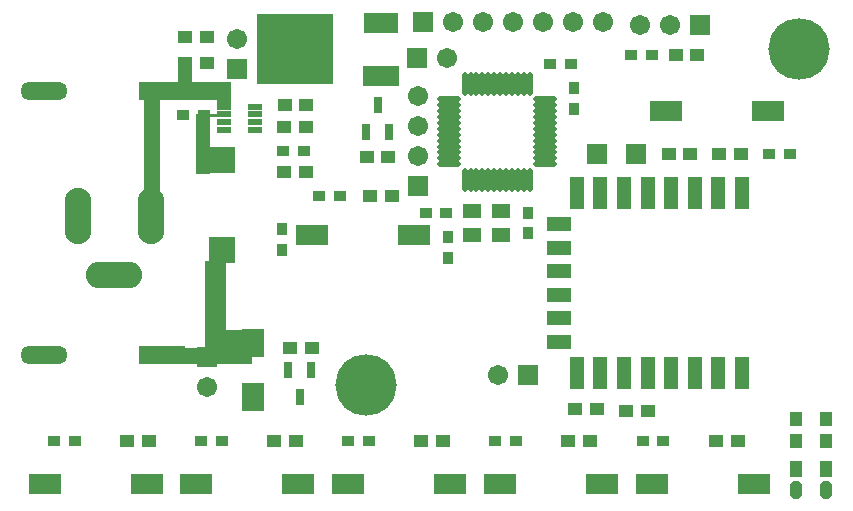
<source format=gts>
G04*
G04 #@! TF.GenerationSoftware,Altium Limited,Altium Designer,20.0.13 (296)*
G04*
G04 Layer_Color=8388736*
%FSLAX25Y25*%
%MOIN*%
G70*
G01*
G75*
%ADD43O,0.01900X0.07887*%
%ADD44O,0.07887X0.01900*%
%ADD45R,0.04800X0.03950*%
%ADD46R,0.04300X0.03800*%
%ADD47R,0.03800X0.04300*%
%ADD48R,0.06800X0.06800*%
%ADD49R,0.07887X0.05131*%
%ADD50R,0.05131X0.11036*%
%ADD51R,0.02769X0.05524*%
%ADD52R,0.07690X0.09461*%
%ADD53R,0.03950X0.04800*%
G04:AMPARAMS|DCode=54|XSize=58mil|YSize=43mil|CornerRadius=0mil|HoleSize=0mil|Usage=FLASHONLY|Rotation=270.000|XOffset=0mil|YOffset=0mil|HoleType=Round|Shape=Octagon|*
%AMOCTAGOND54*
4,1,8,-0.01075,-0.02900,0.01075,-0.02900,0.02150,-0.01825,0.02150,0.01825,0.01075,0.02900,-0.01075,0.02900,-0.02150,0.01825,-0.02150,-0.01825,-0.01075,-0.02900,0.0*
%
%ADD54OCTAGOND54*%

%ADD55R,0.04300X0.05800*%
%ADD56R,0.05918X0.05131*%
%ADD57R,0.10642X0.06706*%
%ADD58R,0.25300X0.23800*%
%ADD59R,0.11800X0.06800*%
%ADD60R,0.12300X0.06800*%
%ADD61O,0.15761X0.05918*%
%ADD62R,0.15761X0.05918*%
G04:AMPARAMS|DCode=63|XSize=47.24mil|YSize=21.65mil|CornerRadius=4.18mil|HoleSize=0mil|Usage=FLASHONLY|Rotation=180.000|XOffset=0mil|YOffset=0mil|HoleType=Round|Shape=RoundedRectangle|*
%AMROUNDEDRECTD63*
21,1,0.04724,0.01329,0,0,180.0*
21,1,0.03888,0.02165,0,0,180.0*
1,1,0.00837,-0.01944,0.00664*
1,1,0.00837,0.01944,0.00664*
1,1,0.00837,0.01944,-0.00664*
1,1,0.00837,-0.01944,-0.00664*
%
%ADD63ROUNDEDRECTD63*%
%ADD64R,0.08674X0.08674*%
%ADD65R,0.06706X0.06706*%
%ADD66C,0.06706*%
%ADD67R,0.06706X0.06706*%
%ADD68R,0.04737X0.03800*%
%ADD69C,0.20485*%
%ADD70O,0.08800X0.18800*%
%ADD71O,0.18800X0.08800*%
G36*
X158000Y345500D02*
X171000D01*
Y336500D01*
X166500D01*
Y339500D01*
X155500Y339500D01*
Y345000D01*
X153500Y345000D01*
X153500Y350500D01*
X158000D01*
X158000Y345500D01*
D02*
G37*
G36*
X171000Y334000D02*
X164000D01*
Y315000D01*
X159500D01*
Y335000D01*
X171000D01*
Y334000D01*
D02*
G37*
G36*
X147500Y339500D02*
Y306500D01*
X142000D01*
Y340000D01*
X147000D01*
X147500Y339500D01*
D02*
G37*
G36*
X169500Y263000D02*
X178000D01*
Y251500D01*
X154500D01*
Y257000D01*
X162500D01*
Y286000D01*
X169500D01*
Y263000D01*
D02*
G37*
D43*
X249032Y312910D02*
D03*
X251000D02*
D03*
X252969D02*
D03*
X254937D02*
D03*
X256906D02*
D03*
X258874D02*
D03*
X260843D02*
D03*
X262811D02*
D03*
X264780D02*
D03*
X266748D02*
D03*
X268717D02*
D03*
X270685D02*
D03*
Y345000D02*
D03*
X268717D02*
D03*
X266748D02*
D03*
X264780D02*
D03*
X262811D02*
D03*
X260843D02*
D03*
X258874D02*
D03*
X256906D02*
D03*
X254937D02*
D03*
X252969D02*
D03*
X251000D02*
D03*
X249032D02*
D03*
D44*
X275903Y318128D02*
D03*
Y320097D02*
D03*
Y322065D02*
D03*
Y324034D02*
D03*
Y326002D02*
D03*
Y327971D02*
D03*
Y329939D02*
D03*
Y331908D02*
D03*
Y333876D02*
D03*
Y335845D02*
D03*
Y337813D02*
D03*
Y339782D02*
D03*
X243813D02*
D03*
Y337813D02*
D03*
Y335845D02*
D03*
Y333876D02*
D03*
Y331908D02*
D03*
Y329939D02*
D03*
Y327971D02*
D03*
Y326002D02*
D03*
Y324034D02*
D03*
Y322065D02*
D03*
Y320097D02*
D03*
Y318128D02*
D03*
D45*
X324300Y321500D02*
D03*
X317000D02*
D03*
X333700D02*
D03*
X341000D02*
D03*
X326650Y354500D02*
D03*
X319350D02*
D03*
X198000Y257000D02*
D03*
X190700D02*
D03*
X143693Y226000D02*
D03*
X136393D02*
D03*
X192770D02*
D03*
X185470D02*
D03*
X241846D02*
D03*
X234546D02*
D03*
X302850Y236000D02*
D03*
X310150D02*
D03*
X340000Y226000D02*
D03*
X332700D02*
D03*
X285700Y236500D02*
D03*
X293000D02*
D03*
X290923Y226000D02*
D03*
X283623D02*
D03*
X224800Y307500D02*
D03*
X217500D02*
D03*
X216350Y320500D02*
D03*
X223650D02*
D03*
X155850Y360500D02*
D03*
X163150D02*
D03*
Y352000D02*
D03*
X155850D02*
D03*
X188700Y315500D02*
D03*
X196000D02*
D03*
X188700Y330500D02*
D03*
X196000D02*
D03*
X196300Y338000D02*
D03*
X189000D02*
D03*
D46*
X350600Y321500D02*
D03*
X357500D02*
D03*
X311500Y354500D02*
D03*
X304600D02*
D03*
X277600Y351500D02*
D03*
X284500D02*
D03*
X112100Y226006D02*
D03*
X119000D02*
D03*
X161177D02*
D03*
X168077D02*
D03*
X210254D02*
D03*
X217154D02*
D03*
X308407D02*
D03*
X315307D02*
D03*
X259330D02*
D03*
X266230D02*
D03*
X242900Y302000D02*
D03*
X236000D02*
D03*
X207400Y307500D02*
D03*
X200500D02*
D03*
X162000Y334500D02*
D03*
X155100D02*
D03*
X195500Y322500D02*
D03*
X188600D02*
D03*
D47*
X285500Y343400D02*
D03*
Y336500D02*
D03*
X270000Y302000D02*
D03*
Y295100D02*
D03*
X243500Y293900D02*
D03*
Y287000D02*
D03*
X188000Y296400D02*
D03*
Y289500D02*
D03*
D48*
X293000Y321500D02*
D03*
X306000D02*
D03*
D49*
X280476Y258874D02*
D03*
Y266748D02*
D03*
Y274622D02*
D03*
Y282496D02*
D03*
Y290370D02*
D03*
Y298244D02*
D03*
D50*
X341500Y248638D02*
D03*
X333626D02*
D03*
X325752D02*
D03*
X317878D02*
D03*
X310004D02*
D03*
X302130D02*
D03*
X294256D02*
D03*
X286382D02*
D03*
Y308480D02*
D03*
X294256D02*
D03*
X302130D02*
D03*
X310004D02*
D03*
X317878D02*
D03*
X325752D02*
D03*
X333626D02*
D03*
X341500D02*
D03*
D51*
X197740Y249500D02*
D03*
X190260D02*
D03*
X194000Y240500D02*
D03*
X216260Y329000D02*
D03*
X223740D02*
D03*
X220000Y338000D02*
D03*
D52*
X178500Y240445D02*
D03*
Y258555D02*
D03*
D53*
X369500Y233150D02*
D03*
Y225850D02*
D03*
X359500Y233150D02*
D03*
Y225850D02*
D03*
D54*
X369526Y209500D02*
D03*
X359526D02*
D03*
D55*
X369526Y216500D02*
D03*
X359526D02*
D03*
D56*
X261200Y302500D02*
D03*
Y294600D02*
D03*
X251500Y302500D02*
D03*
Y294600D02*
D03*
D57*
X232000Y294500D02*
D03*
X198000D02*
D03*
X350000Y336000D02*
D03*
X316000D02*
D03*
X311500Y211500D02*
D03*
X345500D02*
D03*
X260875D02*
D03*
X294875D02*
D03*
X210250D02*
D03*
X244250D02*
D03*
X159625D02*
D03*
X193625D02*
D03*
X109000D02*
D03*
X143000D02*
D03*
D58*
X192500Y356500D02*
D03*
D59*
X221113Y365345D02*
D03*
D60*
X221013Y347545D02*
D03*
D61*
X108815Y254500D02*
D03*
Y342500D02*
D03*
D62*
X148185Y254500D02*
D03*
Y342500D02*
D03*
D63*
X168882Y337339D02*
D03*
X179118Y334780D02*
D03*
Y332220D02*
D03*
Y329661D02*
D03*
Y337339D02*
D03*
X168882Y334780D02*
D03*
Y332220D02*
D03*
Y329661D02*
D03*
D64*
X168000Y289500D02*
D03*
Y319500D02*
D03*
D65*
X233000Y353500D02*
D03*
X235000Y365500D02*
D03*
X327500Y364500D02*
D03*
X270000Y248000D02*
D03*
D66*
X243000Y353500D02*
D03*
X233500Y341000D02*
D03*
Y331000D02*
D03*
Y321000D02*
D03*
X295000Y365500D02*
D03*
X285000D02*
D03*
X275000D02*
D03*
X265000D02*
D03*
X245000D02*
D03*
X255000D02*
D03*
X317500Y364500D02*
D03*
X307500D02*
D03*
X163000Y244000D02*
D03*
X260000Y248000D02*
D03*
X173000Y360000D02*
D03*
D67*
X233500Y311000D02*
D03*
X163000Y254000D02*
D03*
X173000Y350000D02*
D03*
D68*
X333626Y306118D02*
D03*
X302130D02*
D03*
X317878D02*
D03*
Y251000D02*
D03*
X325752D02*
D03*
X333626D02*
D03*
X341500D02*
D03*
X310004D02*
D03*
X302130D02*
D03*
X294256D02*
D03*
X286382D02*
D03*
X325752Y306118D02*
D03*
X341500D02*
D03*
X310004D02*
D03*
X294256D02*
D03*
X286382D02*
D03*
D69*
X360500Y356500D02*
D03*
X216000Y244500D02*
D03*
D70*
X144409Y301000D02*
D03*
X120000D02*
D03*
D71*
X132205Y281315D02*
D03*
M02*

</source>
